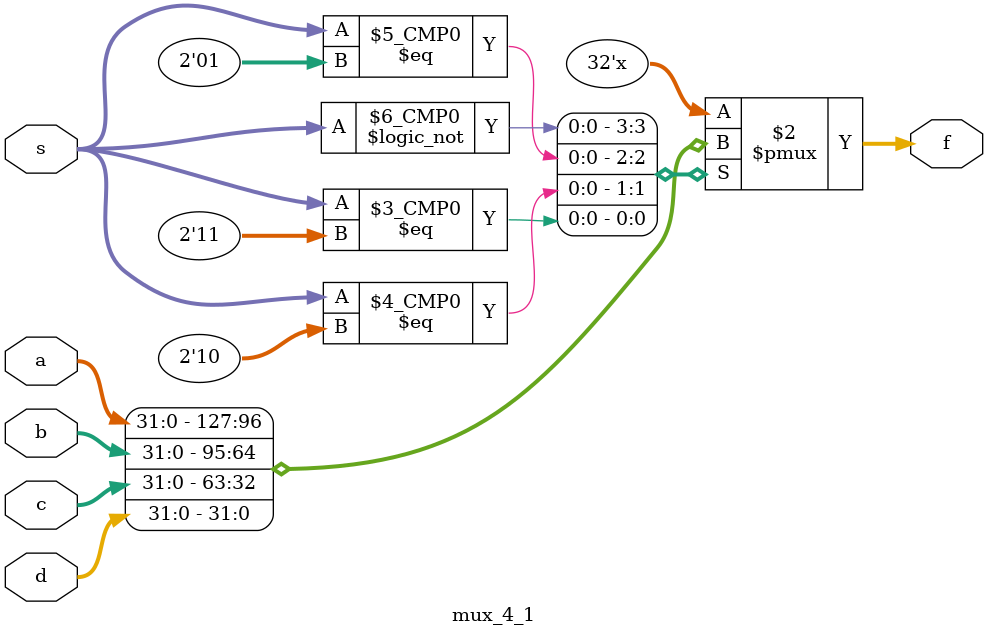
<source format=v>
module mux_4_1 
#(
   parameter XLEN = 32
)

(
   a,
   b,
   c,
   d,
   s,
   f
);

input  [XLEN-1:0]  a;
input  [XLEN-1:0]  b;
input  [XLEN-1:0]  c;
input  [XLEN-1:0]  d;
input  [1:0]       s;
output reg [XLEN-1:0]  f;

always @ (*)
begin
   case(s)
      2'b00: f = a;
      2'b01: f = b;
      2'b10: f = c;
      2'b11: f = d;
      default: f = 32'hxxxxxxxx;
   endcase
end
endmodule 
</source>
